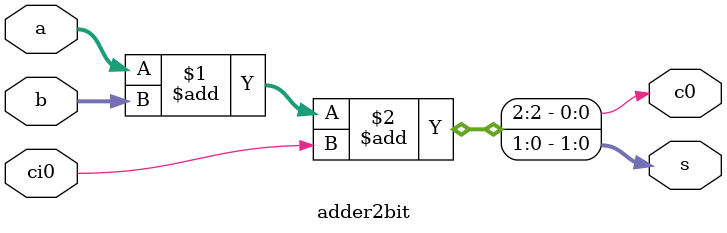
<source format=sv>
`timescale 1ns/1ns
module adder2bit(input[1:0]a,b,input ci0 ,output[1:0]s,output c0);


assign#(99,95){c0,s}=a+b+ci0;


endmodule


</source>
